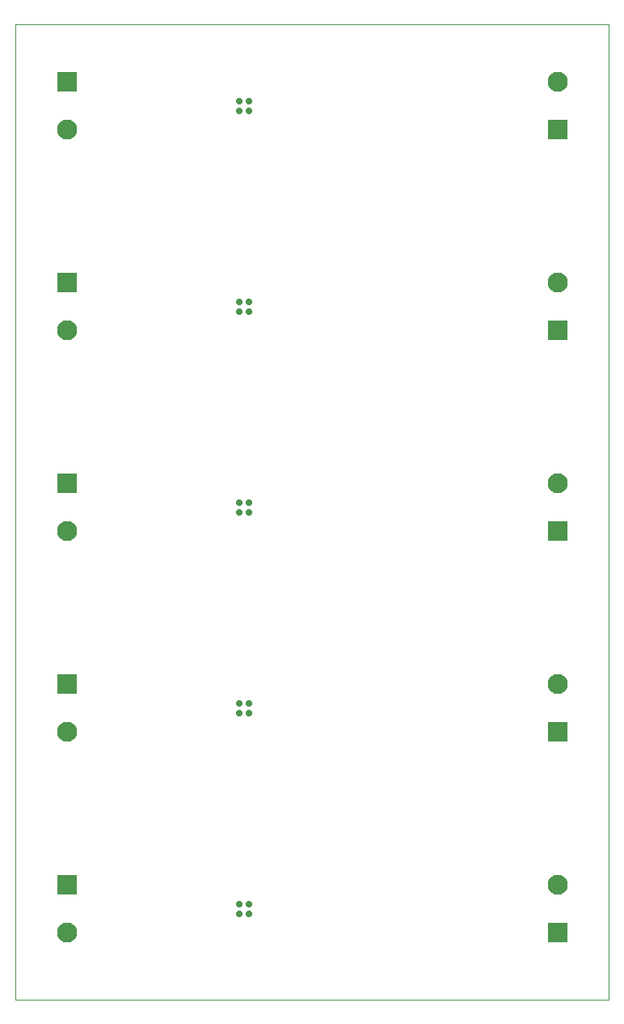
<source format=gbs>
G04 #@! TF.GenerationSoftware,KiCad,Pcbnew,9.0.4*
G04 #@! TF.CreationDate,2025-09-21T01:50:15+05:30*
G04 #@! TF.ProjectId,panel,70616e65-6c2e-46b6-9963-61645f706362,rev?*
G04 #@! TF.SameCoordinates,Original*
G04 #@! TF.FileFunction,Soldermask,Bot*
G04 #@! TF.FilePolarity,Negative*
%FSLAX46Y46*%
G04 Gerber Fmt 4.6, Leading zero omitted, Abs format (unit mm)*
G04 Created by KiCad (PCBNEW 9.0.4) date 2025-09-21 01:50:15*
%MOMM*%
%LPD*%
G01*
G04 APERTURE LIST*
G04 Aperture macros list*
%AMRoundRect*
0 Rectangle with rounded corners*
0 $1 Rounding radius*
0 $2 $3 $4 $5 $6 $7 $8 $9 X,Y pos of 4 corners*
0 Add a 4 corners polygon primitive as box body*
4,1,4,$2,$3,$4,$5,$6,$7,$8,$9,$2,$3,0*
0 Add four circle primitives for the rounded corners*
1,1,$1+$1,$2,$3*
1,1,$1+$1,$4,$5*
1,1,$1+$1,$6,$7*
1,1,$1+$1,$8,$9*
0 Add four rect primitives between the rounded corners*
20,1,$1+$1,$2,$3,$4,$5,0*
20,1,$1+$1,$4,$5,$6,$7,0*
20,1,$1+$1,$6,$7,$8,$9,0*
20,1,$1+$1,$8,$9,$2,$3,0*%
G04 Aperture macros list end*
%ADD10C,0.700000*%
%ADD11C,2.100000*%
%ADD12RoundRect,0.250001X0.799999X-0.799999X0.799999X0.799999X-0.799999X0.799999X-0.799999X-0.799999X0*%
%ADD13RoundRect,0.250001X-0.799999X0.799999X-0.799999X-0.799999X0.799999X-0.799999X0.799999X0.799999X0*%
G04 #@! TA.AperFunction,Profile*
%ADD14C,0.050000*%
G04 #@! TD*
G04 APERTURE END LIST*
D10*
X141512500Y-102362500D03*
X141512500Y-101337500D03*
X140487500Y-102362500D03*
X140487500Y-101337500D03*
D11*
X173817500Y-99300000D03*
D12*
X173817500Y-104300000D03*
D11*
X122432500Y-104300000D03*
D13*
X122432500Y-99300000D03*
D10*
X141512500Y-81362500D03*
X141512500Y-80337500D03*
X140487500Y-81362500D03*
X140487500Y-80337500D03*
D11*
X173817500Y-78300000D03*
D12*
X173817500Y-83300000D03*
D11*
X122432500Y-83300000D03*
D13*
X122432500Y-78300000D03*
D10*
X141512500Y-60362500D03*
X141512500Y-59337500D03*
X140487500Y-60362500D03*
X140487500Y-59337500D03*
D11*
X173817500Y-57300000D03*
D12*
X173817500Y-62300000D03*
D11*
X122432500Y-62300000D03*
D13*
X122432500Y-57300000D03*
D10*
X141512500Y-39362500D03*
X141512500Y-38337500D03*
X140487500Y-39362500D03*
X140487500Y-38337500D03*
D11*
X173817500Y-36300000D03*
D12*
X173817500Y-41300000D03*
D11*
X122432500Y-41300000D03*
D13*
X122432500Y-36300000D03*
D11*
X122432500Y-125300000D03*
D13*
X122432500Y-120300000D03*
D11*
X173817500Y-120300000D03*
D12*
X173817500Y-125300000D03*
D10*
X141512500Y-123362500D03*
X141512500Y-122337500D03*
X140487500Y-123362500D03*
X140487500Y-122337500D03*
D14*
X117000000Y-30300000D02*
X179200000Y-30300000D01*
X179200000Y-132300000D01*
X117000000Y-132300000D01*
X117000000Y-30300000D01*
M02*

</source>
